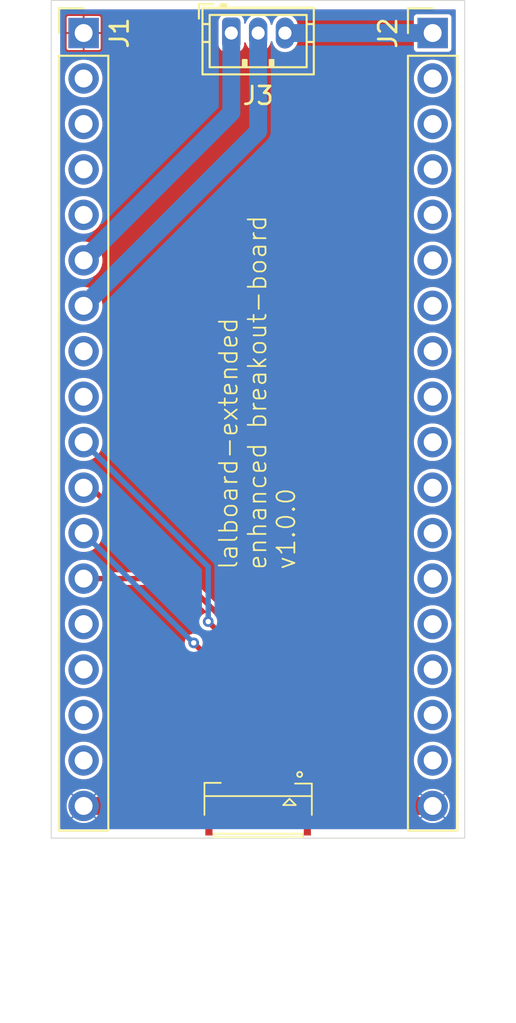
<source format=kicad_pcb>
(kicad_pcb (version 20241229) (generator "pcbnew") (generator_version "9.0")
  (layers (0 "F.Cu" signal) (2 "B.Cu" signal) (13 "F.Paste" user) (15 "B.Paste" user) (5 "F.SilkS" user "F.Silkscreen") (7 "B.SilkS" user "B.Silkscreen") (1 "F.Mask" user) (3 "B.Mask" user) (25 "Edge.Cuts" user))
  (net 0 "")
  (net 1 "/MISO")
  (net 2 "/RESET")
  (net 3 "/GPIO2")
  (net 4 "/GPIO6")
  (net 5 "GND")
  (net 6 "/GPIO0")
  (net 7 "/DD")
  (net 8 "/COL5_AMP")
  (net 9 "/GPIO3")
  (net 10 "+3.3V")
  (net 11 "/COL4_AMP")
  (net 12 "/MOTION")
  (net 13 "/CS")
  (net 14 "/GPIO7")
  (net 15 "/LED")
  (net 16 "/GPIO1")
  (net 17 "/COL3_AMP")
  (net 18 "/U1TX")
  (net 19 "/GPIO26_ADC0")
  (net 20 "/COL1_AMP")
  (net 21 "/GPIO29_ADC3")
  (net 22 "/COL2_AMP")
  (net 23 "/ROW1")
  (net 24 "/ROW4")
  (net 25 "/U1RX")
  (net 26 "/SWD")
  (net 27 "/GPIO27_ADC1")
  (net 28 "+5V")
  (net 29 "/SWCLK")
  (net 30 "/ROW3")
  (net 31 "/ROW2")
  (net 32 "/GPIO28_ADC2")
  (net 33 "/ROW5")
  (net 35 "/MOSI")
  (net 36 "/SCLK")
  (net 37 "/GPIO14")
  (net 38 "/GPIO13")
  (footprint "Connector_PinHeader_2.54mm:PinHeader_1x18_P2.54mm_Vertical" (layer "F.Cu") (at 91.11 33.02)
    (property "Reference" "J2" (at -2.5 0 90) (layer "F.SilkS"))
    (property "Value" "Conn_01x18")
    (fp_line (start -1.38 -1.38) (end 0 -1.38) (stroke (width 0.12)) (layer "F.SilkS"))
    (fp_line (start -1.38 0) (end -1.38 -1.38) (stroke (width 0.12)) (layer "F.SilkS"))
    (fp_line (start -1.38 1.27) (end -1.38 44.56) (stroke (width 0.12)) (layer "F.SilkS"))
    (fp_line (start -1.38 1.27) (end 1.38 1.27) (stroke (width 0.12)) (layer "F.SilkS"))
    (fp_line (start -1.38 44.56) (end 1.38 44.56) (stroke (width 0.12)) (layer "F.SilkS"))
    (fp_line (start 1.38 1.27) (end 1.38 44.56) (stroke (width 0.12)) (layer "F.SilkS"))
    (pad "1" thru_hole rect (at 0 0) (size 1.7 1.7) (drill 1) (layers "*.Cu" "*.Mask") (net 28 "+5V"))
    (pad "2" thru_hole circle (at 0 2.54) (size 1.7 1.7) (drill 1) (layers "*.Cu" "*.Mask") (net 21 "/GPIO29_ADC3"))
    (pad "3" thru_hole circle (at 0 5.08) (size 1.7 1.7) (drill 1) (layers "*.Cu" "*.Mask") (net 32 "/GPIO28_ADC2"))
    (pad "4" thru_hole circle (at 0 7.62) (size 1.7 1.7) (drill 1) (layers "*.Cu" "*.Mask") (net 27 "/GPIO27_ADC1"))
    (pad "5" thru_hole circle (at 0 10.16) (size 1.7 1.7) (drill 1) (layers "*.Cu" "*.Mask") (net 19 "/GPIO26_ADC0"))
    (pad "6" thru_hole circle (at 0 12.7) (size 1.7 1.7) (drill 1) (layers "*.Cu" "*.Mask") (net 25 "/U1RX"))
    (pad "7" thru_hole circle (at 0 15.24) (size 1.7 1.7) (drill 1) (layers "*.Cu" "*.Mask") (net 18 "/U1TX"))
    (pad "8" thru_hole circle (at 0 17.78) (size 1.7 1.7) (drill 1) (layers "*.Cu" "*.Mask") (net 33 "/ROW5"))
    (pad "9" thru_hole circle (at 0 20.32) (size 1.7 1.7) (drill 1) (layers "*.Cu" "*.Mask") (net 24 "/ROW4"))
    (pad "10" thru_hole circle (at 0 22.86) (size 1.7 1.7) (drill 1) (layers "*.Cu" "*.Mask") (net 30 "/ROW3"))
    (pad "11" thru_hole circle (at 0 25.4) (size 1.7 1.7) (drill 1) (layers "*.Cu" "*.Mask") (net 31 "/ROW2"))
    (pad "12" thru_hole circle (at 0 27.94) (size 1.7 1.7) (drill 1) (layers "*.Cu" "*.Mask") (net 23 "/ROW1"))
    (pad "13" thru_hole circle (at 0 30.48) (size 1.7 1.7) (drill 1) (layers "*.Cu" "*.Mask") (net 20 "/COL1_AMP"))
    (pad "14" thru_hole circle (at 0 33.02) (size 1.7 1.7) (drill 1) (layers "*.Cu" "*.Mask") (net 22 "/COL2_AMP"))
    (pad "15" thru_hole circle (at 0 35.56) (size 1.7 1.7) (drill 1) (layers "*.Cu" "*.Mask") (net 17 "/COL3_AMP"))
    (pad "16" thru_hole circle (at 0 38.1) (size 1.7 1.7) (drill 1) (layers "*.Cu" "*.Mask") (net 26 "/SWD"))
    (pad "17" thru_hole circle (at 0 40.64) (size 1.7 1.7) (drill 1) (layers "*.Cu" "*.Mask") (net 29 "/SWCLK"))
    (pad "18" thru_hole circle (at 0 43.18) (size 1.7 1.7) (drill 1) (layers "*.Cu" "*.Mask") (net 5 "GND"))
  )
  (footprint "Connector_PinHeader_2.54mm:PinHeader_1x18_P2.54mm_Vertical" (layer "F.Cu") (at 71.61 33.02)
    (property "Reference" "J1" (at 2 0 90) (layer "F.SilkS"))
    (property "Value" "Conn_01x18")
    (fp_line (start -1.38 -1.38) (end 0 -1.38) (stroke (width 0.12)) (layer "F.SilkS"))
    (fp_line (start -1.38 0) (end -1.38 -1.38) (stroke (width 0.12)) (layer "F.SilkS"))
    (fp_line (start -1.38 1.27) (end -1.38 44.56) (stroke (width 0.12)) (layer "F.SilkS"))
    (fp_line (start -1.38 1.27) (end 1.38 1.27) (stroke (width 0.12)) (layer "F.SilkS"))
    (fp_line (start -1.38 44.56) (end 1.38 44.56) (stroke (width 0.12)) (layer "F.SilkS"))
    (fp_line (start 1.38 1.27) (end 1.38 44.56) (stroke (width 0.12)) (layer "F.SilkS"))
    (pad "1" thru_hole rect (at 0 0) (size 1.7 1.7) (drill 1) (layers "*.Cu" "*.Mask") (net 10 "+3.3V"))
    (pad "2" thru_hole circle (at 0 2.54) (size 1.7 1.7) (drill 1) (layers "*.Cu" "*.Mask") (net 6 "/GPIO0"))
    (pad "3" thru_hole circle (at 0 5.08) (size 1.7 1.7) (drill 1) (layers "*.Cu" "*.Mask") (net 16 "/GPIO1"))
    (pad "4" thru_hole circle (at 0 7.62) (size 1.7 1.7) (drill 1) (layers "*.Cu" "*.Mask") (net 3 "/GPIO2"))
    (pad "5" thru_hole circle (at 0 10.16) (size 1.7 1.7) (drill 1) (layers "*.Cu" "*.Mask") (net 9 "/GPIO3"))
    (pad "6" thru_hole circle (at 0 12.7) (size 1.7 1.7) (drill 1) (layers "*.Cu" "*.Mask") (net 7 "/DD"))
    (pad "7" thru_hole circle (at 0 15.24) (size 1.7 1.7) (drill 1) (layers "*.Cu" "*.Mask") (net 15 "/LED"))
    (pad "8" thru_hole circle (at 0 17.78) (size 1.7 1.7) (drill 1) (layers "*.Cu" "*.Mask") (net 4 "/GPIO6"))
    (pad "9" thru_hole circle (at 0 20.32) (size 1.7 1.7) (drill 1) (layers "*.Cu" "*.Mask") (net 14 "/GPIO7"))
    (pad "10" thru_hole circle (at 0 22.86) (size 1.7 1.7) (drill 1) (layers "*.Cu" "*.Mask") (net 1 "/MISO"))
    (pad "11" thru_hole circle (at 0 25.4) (size 1.7 1.7) (drill 1) (layers "*.Cu" "*.Mask") (net 13 "/CS"))
    (pad "12" thru_hole circle (at 0 27.94) (size 1.7 1.7) (drill 1) (layers "*.Cu" "*.Mask") (net 36 "/SCLK"))
    (pad "13" thru_hole circle (at 0 30.48) (size 1.7 1.7) (drill 1) (layers "*.Cu" "*.Mask") (net 35 "/MOSI"))
    (pad "14" thru_hole circle (at 0 33.02) (size 1.7 1.7) (drill 1) (layers "*.Cu" "*.Mask") (net 38 "/GPIO13"))
    (pad "15" thru_hole circle (at 0 35.56) (size 1.7 1.7) (drill 1) (layers "*.Cu" "*.Mask") (net 37 "/GPIO14"))
    (pad "16" thru_hole circle (at 0 38.1) (size 1.7 1.7) (drill 1) (layers "*.Cu" "*.Mask") (net 8 "/COL5_AMP"))
    (pad "17" thru_hole circle (at 0 40.64) (size 1.7 1.7) (drill 1) (layers "*.Cu" "*.Mask") (net 11 "/COL4_AMP"))
    (pad "18" thru_hole circle (at 0 43.18) (size 1.7 1.7) (drill 1) (layers "*.Cu" "*.Mask") (net 5 "GND"))
  )
  (footprint "easyeda2kicad:FPC-SMD_8P-P0.50-FH34SRJ" (layer "F.Cu") (at 81.36 76.2)
    (property "Reference" "FPC1" (hide yes))
    (property "Value" "FH34SRJ-8S-0.5SH(50)")
    (fp_line (start -3 -1.29) (end -2.09 -1.29) (stroke (width 0.1)) (layer "F.SilkS"))
    (fp_line (start -3 -0.9) (end -3 -1.29) (stroke (width 0.1)) (layer "F.SilkS"))
    (fp_line (start -3 -0.9) (end -3 0.5) (stroke (width 0.1)) (layer "F.SilkS"))
    (fp_line (start -3 -0.55) (end 3 -0.55) (stroke (width 0.1)) (layer "F.SilkS"))
    (fp_line (start -2.5 1.55) (end -2.5 1.75) (stroke (width 0.1)) (layer "F.SilkS"))
    (fp_line (start -2.5 1.75) (end 2.5 1.75) (stroke (width 0.1)) (layer "F.SilkS"))
    (fp_line (start 1.4 -0.05) (end 2.1 -0.05) (stroke (width 0.1)) (layer "F.SilkS"))
    (fp_line (start 1.75 -0.4) (end 1.4 -0.05) (stroke (width 0.1)) (layer "F.SilkS"))
    (fp_line (start 2.1 -0.05) (end 1.75 -0.4) (stroke (width 0.1)) (layer "F.SilkS"))
    (fp_line (start 2.5 1.55) (end -2.5 1.55) (stroke (width 0.1)) (layer "F.SilkS"))
    (fp_line (start 2.5 1.55) (end 2.5 1.75) (stroke (width 0.1)) (layer "F.SilkS"))
    (fp_line (start 3 -1.25) (end 2.06 -1.25) (stroke (width 0.1)) (layer "F.SilkS"))
    (fp_line (start 3 -0.9) (end 3 -1.25) (stroke (width 0.1)) (layer "F.SilkS"))
    (fp_line (start 3 0.5) (end 3 -0.9) (stroke (width 0.1)) (layer "F.SilkS"))
    (fp_circle (center 2.32 -1.76) (end 2.46 -1.76) (stroke (width 0.1)) (fill no) (layer "F.SilkS"))
    (pad "0" smd rect (at -2.75 1.25) (size 0.4 0.8) (layers "F.Cu" "F.Mask" "F.Paste"))
    (pad "0" smd rect (at 2.75 1.25 180) (size 0.4 0.8) (layers "F.Cu" "F.Mask" "F.Paste"))
    (pad "1" smd rect (at 1.75 -1.25 180) (size 0.3 0.8) (layers "F.Cu" "F.Mask" "F.Paste") (net 10 "+3.3V"))
    (pad "2" smd rect (at 1.25 -1.25 180) (size 0.3 0.8) (layers "F.Cu" "F.Mask" "F.Paste") (net 13 "/CS"))
    (pad "3" smd rect (at 0.75 -1.25 180) (size 0.3 0.8) (layers "F.Cu" "F.Mask" "F.Paste") (net 5 "GND"))
    (pad "4" smd rect (at 0.25 -1.25 180) (size 0.3 0.8) (layers "F.Cu" "F.Mask" "F.Paste") (net 12 "/MOTION"))
    (pad "5" smd rect (at -0.25 -1.25 180) (size 0.3 0.8) (layers "F.Cu" "F.Mask" "F.Paste") (net 1 "/MISO"))
    (pad "6" smd rect (at -0.75 -1.25 180) (size 0.3 0.8) (layers "F.Cu" "F.Mask" "F.Paste") (net 2 "/RESET"))
    (pad "7" smd rect (at -1.25 -1.25 180) (size 0.3 0.8) (layers "F.Cu" "F.Mask" "F.Paste") (net 35 "/MOSI"))
    (pad "8" smd rect (at -1.75 -1.25 180) (size 0.3 0.8) (layers "F.Cu" "F.Mask" "F.Paste") (net 36 "/SCLK"))
  )
  (footprint "Connector_JST:JST_ZH_B3B-ZR_1x03_P1.50mm_Vertical" (layer "F.Cu") (at 79.86 33.02)
    (property "Reference" "J3" (at 1.5 3.5 0) (layer "F.SilkS"))
    (property "Value" "Conn_01x03_Pin")
    (fp_line (start -1.81 -1.61) (end -1.81 -0.81) (stroke (width 0.12)) (layer "F.SilkS"))
    (fp_line (start -1.61 -1.41) (end -1.61 2.31) (stroke (width 0.12)) (layer "F.SilkS"))
    (fp_line (start -1.61 -0.5) (end -1.21 -0.5) (stroke (width 0.12)) (layer "F.SilkS"))
    (fp_line (start -1.61 0.5) (end -1.21 0.5) (stroke (width 0.12)) (layer "F.SilkS"))
    (fp_line (start -1.61 2.31) (end 4.61 2.31) (stroke (width 0.12)) (layer "F.SilkS"))
    (fp_line (start -1.21 -1.01) (end -1.21 1.91) (stroke (width 0.12)) (layer "F.SilkS"))
    (fp_line (start -1.21 1.91) (end 4.21 1.91) (stroke (width 0.12)) (layer "F.SilkS"))
    (fp_line (start -1.01 -1.61) (end -1.81 -1.61) (stroke (width 0.12)) (layer "F.SilkS"))
    (fp_line (start -0.6 -1.61) (end -0.6 -1.41) (stroke (width 0.12)) (layer "F.SilkS"))
    (fp_line (start -0.3 -1.61) (end -0.6 -1.61) (stroke (width 0.12)) (layer "F.SilkS"))
    (fp_line (start -0.3 -1.51) (end -0.6 -1.51) (stroke (width 0.12)) (layer "F.SilkS"))
    (fp_line (start -0.3 -1.41) (end -0.3 -1.61) (stroke (width 0.12)) (layer "F.SilkS"))
    (fp_line (start 0.65 1.51) (end 0.85 1.51) (stroke (width 0.12)) (layer "F.SilkS"))
    (fp_line (start 0.65 1.91) (end 0.65 1.51) (stroke (width 0.12)) (layer "F.SilkS"))
    (fp_line (start 0.75 1.91) (end 0.75 1.51) (stroke (width 0.12)) (layer "F.SilkS"))
    (fp_line (start 0.85 1.51) (end 0.85 1.91) (stroke (width 0.12)) (layer "F.SilkS"))
    (fp_line (start 2.15 1.51) (end 2.35 1.51) (stroke (width 0.12)) (layer "F.SilkS"))
    (fp_line (start 2.15 1.91) (end 2.15 1.51) (stroke (width 0.12)) (layer "F.SilkS"))
    (fp_line (start 2.25 1.91) (end 2.25 1.51) (stroke (width 0.12)) (layer "F.SilkS"))
    (fp_line (start 2.35 1.51) (end 2.35 1.91) (stroke (width 0.12)) (layer "F.SilkS"))
    (fp_line (start 4.21 -1.01) (end -1.21 -1.01) (stroke (width 0.12)) (layer "F.SilkS"))
    (fp_line (start 4.21 1.91) (end 4.21 -1.01) (stroke (width 0.12)) (layer "F.SilkS"))
    (fp_line (start 4.61 -1.41) (end -1.61 -1.41) (stroke (width 0.12)) (layer "F.SilkS"))
    (fp_line (start 4.61 -0.5) (end 4.21 -0.5) (stroke (width 0.12)) (layer "F.SilkS"))
    (fp_line (start 4.61 0.5) (end 4.21 0.5) (stroke (width 0.12)) (layer "F.SilkS"))
    (fp_line (start 4.61 2.31) (end 4.61 -1.41) (stroke (width 0.12)) (layer "F.SilkS"))
    (pad "1" thru_hole roundrect (at 0 0) (size 1.03 1.73) (drill 0.73) (layers "*.Cu" "*.Mask") (roundrect_rratio 0.242718) (net 7 "/DD"))
    (pad "2" thru_hole oval (at 1.5 0) (size 1.03 1.73) (drill 0.73) (layers "*.Cu" "*.Mask") (net 15 "/LED"))
    (pad "3" thru_hole oval (at 3 0) (size 1.03 1.73) (drill 0.73) (layers "*.Cu" "*.Mask") (net 28 "+5V"))
  )
  (gr_rect (start 69.8 31.2) (end 92.9 78) (stroke (width 0.05)) (fill no) (layer "Edge.Cuts"))
  (gr_text "lalboard-extended\nenhanced breakout-board\nv1.0.0" (at 83.51 63.07 90) (layer "F.SilkS") (effects (font (size 1 1) (thickness 0.1)) (justify left bottom)))
  (segment (start 81.11 68.44) (end 78.57 65.9) (width 0.3) (layer "F.Cu") (net 1))
  (segment (start 81.11 74.95) (end 81.11 68.44) (width 0.3) (layer "F.Cu") (net 1))
  (via (at 78.57 65.9) (size 0.6) (drill 0.3) (layers "F.Cu" "B.Cu") (net 1))
  (segment (start 78.57 62.84) (end 78.57 65.9) (width 0.3) (layer "B.Cu") (net 1))
  (segment (start 71.61 55.88) (end 78.57 62.84) (width 0.3) (layer "B.Cu") (net 1))
  (segment (start 82.125 76.2) (end 71.61 76.2) (width 1) (layer "F.Cu") (net 5))
  (segment (start 82.11 74.95) (end 82.11 76.185) (width 0.3) (layer "F.Cu") (net 5))
  (segment (start 82.11 76.185) (end 82.125 76.2) (width 0.2) (layer "F.Cu") (net 5))
  (segment (start 91.11 76.2) (end 82.125 76.2) (width 1) (layer "F.Cu") (net 5))
  (segment (start 79.86 33.02) (end 79.86 37.47) (width 1) (layer "B.Cu") (net 7))
  (segment (start 79.86 37.47) (end 71.61 45.72) (width 1) (layer "B.Cu") (net 7))
  (segment (start 82.61 74.95) (end 82.61 68.99) (width 0.3) (layer "F.Cu") (net 13))
  (segment (start 82.61 68.99) (end 72.04 58.42) (width 0.3) (layer "F.Cu") (net 13))
  (segment (start 72.04 58.42) (end 71.61 58.42) (width 0.3) (layer "F.Cu") (net 13))
  (segment (start 81.36 33.02) (end 81.36 38.51) (width 1) (layer "B.Cu") (net 15))
  (segment (start 81.36 38.51) (end 71.61 48.26) (width 1) (layer "B.Cu") (net 15))
  (segment (start 91.11 33.02) (end 82.86 33.02) (width 1) (layer "B.Cu") (net 28))
  (segment (start 80.11 68.44) (end 75.17 63.5) (width 0.3) (layer "F.Cu") (net 35))
  (segment (start 80.11 74.95) (end 80.11 68.44) (width 0.3) (layer "F.Cu") (net 35))
  (segment (start 75.17 63.5) (end 71.61 63.5) (width 0.3) (layer "F.Cu") (net 35))
  (segment (start 79.61 74.95) (end 79.61 68.94) (width 0.3) (layer "F.Cu") (net 36))
  (segment (start 79.61 68.94) (end 77.76 67.09) (width 0.3) (layer "F.Cu") (net 36))
  (via (at 77.76 67.09) (size 0.6) (drill 0.3) (layers "F.Cu" "B.Cu") (net 36))
  (segment (start 77.74 67.09) (end 77.76 67.09) (width 0.3) (layer "B.Cu") (net 36))
  (segment (start 71.61 60.96) (end 77.74 67.09) (width 0.3) (layer "B.Cu") (net 36))
  (zone (net 10) (net_name "+3.3V") (layer "F.Cu") (connect_pads (clearance 0.1)) (min_thickness 0.1) (fill yes (thermal_gap 0.1) (thermal_bridge_width 0.1))
    (polygon (pts (xy 92.88 77.97) (xy 92.88 31.24) (xy 69.84 31.24) (xy 69.84 77.97)))
  )
  (zone (net 5) (net_name "GND") (layer "B.Cu") (priority 1) (connect_pads (clearance 0.1)) (min_thickness 0.1) (fill yes (thermal_gap 0.1) (thermal_bridge_width 0.1))
    (polygon (pts (xy 92.9 78) (xy 92.9 31.2) (xy 69.8 31.2) (xy 69.8 78)))
  )
)
</source>
